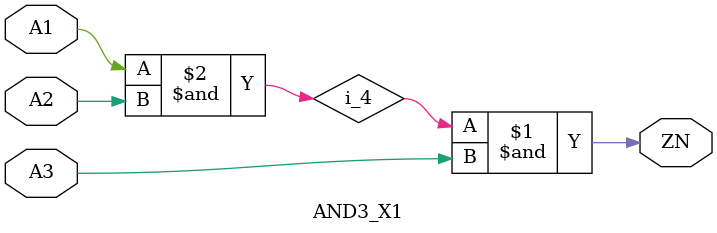
<source format=v>
module AND3_X1 (A1, A2, A3, ZN);
  input A1;
  input A2;
  input A3;
  output ZN;
  and(ZN, i_4, A3);
  and(i_4, A1, A2);
  specify
    (A1 => ZN) = (0.1, 0.1);
    (A2 => ZN) = (0.1, 0.1);
    (A3 => ZN) = (0.1, 0.1);
  endspecify
endmodule
</source>
